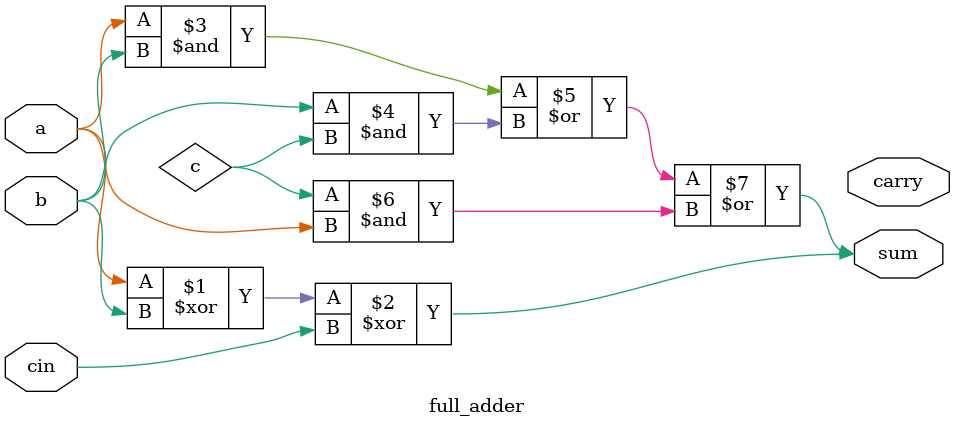
<source format=v>
module full_adder(sum,carry,a,b,cin);
  input a,b,cin;
  output sum,carry;

  //logic for sum
  assign sum = a ^ b ^ cin;
  //logic for carry
  assign sum = a & b | b & c | c & a;
endmodule

</source>
